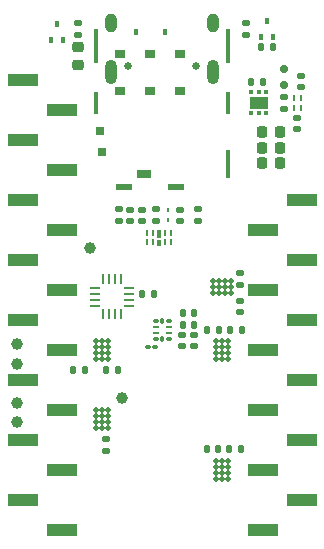
<source format=gbr>
%TF.GenerationSoftware,KiCad,Pcbnew,7.0.9*%
%TF.CreationDate,2024-08-31T07:55:38+08:00*%
%TF.ProjectId,IOT,494f542e-6b69-4636-9164-5f7063625858,rev?*%
%TF.SameCoordinates,Original*%
%TF.FileFunction,Soldermask,Bot*%
%TF.FilePolarity,Negative*%
%FSLAX46Y46*%
G04 Gerber Fmt 4.6, Leading zero omitted, Abs format (unit mm)*
G04 Created by KiCad (PCBNEW 7.0.9) date 2024-08-31 07:55:38*
%MOMM*%
%LPD*%
G01*
G04 APERTURE LIST*
G04 Aperture macros list*
%AMRoundRect*
0 Rectangle with rounded corners*
0 $1 Rounding radius*
0 $2 $3 $4 $5 $6 $7 $8 $9 X,Y pos of 4 corners*
0 Add a 4 corners polygon primitive as box body*
4,1,4,$2,$3,$4,$5,$6,$7,$8,$9,$2,$3,0*
0 Add four circle primitives for the rounded corners*
1,1,$1+$1,$2,$3*
1,1,$1+$1,$4,$5*
1,1,$1+$1,$6,$7*
1,1,$1+$1,$8,$9*
0 Add four rect primitives between the rounded corners*
20,1,$1+$1,$2,$3,$4,$5,0*
20,1,$1+$1,$4,$5,$6,$7,0*
20,1,$1+$1,$6,$7,$8,$9,0*
20,1,$1+$1,$8,$9,$2,$3,0*%
G04 Aperture macros list end*
%ADD10C,0.650000*%
%ADD11O,1.000000X2.100000*%
%ADD12O,1.000000X1.600000*%
%ADD13RoundRect,0.218750X0.256250X-0.218750X0.256250X0.218750X-0.256250X0.218750X-0.256250X-0.218750X0*%
%ADD14RoundRect,0.140000X-0.170000X0.140000X-0.170000X-0.140000X0.170000X-0.140000X0.170000X0.140000X0*%
%ADD15C,1.000000*%
%ADD16RoundRect,0.075000X-0.175000X0.075000X-0.175000X-0.075000X0.175000X-0.075000X0.175000X0.075000X0*%
%ADD17RoundRect,0.062500X-0.187500X0.062500X-0.187500X-0.062500X0.187500X-0.062500X0.187500X0.062500X0*%
%ADD18RoundRect,0.087500X-0.087500X0.162500X-0.087500X-0.162500X0.087500X-0.162500X0.087500X0.162500X0*%
%ADD19RoundRect,0.135000X0.185000X-0.135000X0.185000X0.135000X-0.185000X0.135000X-0.185000X-0.135000X0*%
%ADD20RoundRect,0.140000X0.170000X-0.140000X0.170000X0.140000X-0.170000X0.140000X-0.170000X-0.140000X0*%
%ADD21RoundRect,0.140000X-0.140000X-0.170000X0.140000X-0.170000X0.140000X0.170000X-0.140000X0.170000X0*%
%ADD22RoundRect,0.225000X0.225000X0.250000X-0.225000X0.250000X-0.225000X-0.250000X0.225000X-0.250000X0*%
%ADD23RoundRect,0.147500X-0.147500X-0.172500X0.147500X-0.172500X0.147500X0.172500X-0.147500X0.172500X0*%
%ADD24RoundRect,0.100000X0.130000X0.100000X-0.130000X0.100000X-0.130000X-0.100000X0.130000X-0.100000X0*%
%ADD25RoundRect,0.150000X-0.200000X0.150000X-0.200000X-0.150000X0.200000X-0.150000X0.200000X0.150000X0*%
%ADD26R,0.260000X0.600000*%
%ADD27C,0.474000*%
%ADD28RoundRect,0.135000X0.135000X0.185000X-0.135000X0.185000X-0.135000X-0.185000X0.135000X-0.185000X0*%
%ADD29RoundRect,0.093750X0.106250X-0.093750X0.106250X0.093750X-0.106250X0.093750X-0.106250X-0.093750X0*%
%ADD30R,1.600000X1.000000*%
%ADD31RoundRect,0.135000X-0.185000X0.135000X-0.185000X-0.135000X0.185000X-0.135000X0.185000X0.135000X0*%
%ADD32RoundRect,0.140000X0.140000X0.170000X-0.140000X0.170000X-0.140000X-0.170000X0.140000X-0.170000X0*%
%ADD33R,2.510000X1.000000*%
%ADD34RoundRect,0.062500X0.062500X-0.325000X0.062500X0.325000X-0.062500X0.325000X-0.062500X-0.325000X0*%
%ADD35RoundRect,0.062500X0.325000X-0.062500X0.325000X0.062500X-0.325000X0.062500X-0.325000X-0.062500X0*%
%ADD36R,0.250000X0.625000*%
%ADD37R,0.450000X0.700000*%
%ADD38R,0.450000X0.575000*%
%ADD39R,0.900000X0.700000*%
%ADD40R,0.700000X0.700000*%
%ADD41R,1.200000X0.650000*%
%ADD42R,0.450000X2.400000*%
%ADD43R,0.450000X1.900000*%
%ADD44R,0.450000X2.900000*%
%ADD45R,1.400000X0.500000*%
%ADD46R,0.300000X0.600000*%
%ADD47R,0.750000X0.700000*%
%ADD48RoundRect,0.062500X-0.062500X0.117500X-0.062500X-0.117500X0.062500X-0.117500X0.062500X0.117500X0*%
%ADD49RoundRect,0.135000X-0.135000X-0.185000X0.135000X-0.185000X0.135000X0.185000X-0.135000X0.185000X0*%
%ADD50R,0.400000X0.510000*%
G04 APERTURE END LIST*
D10*
%TO.C,J1*%
X166720000Y-55940000D03*
X160940000Y-55940000D03*
D11*
X168150000Y-56470000D03*
D12*
X168150000Y-52290000D03*
D11*
X159510000Y-56470000D03*
D12*
X159510000Y-52290000D03*
%TD*%
D13*
%TO.C,F3*%
X156718000Y-55905500D03*
X156718000Y-54330500D03*
%TD*%
D14*
%TO.C,C38*%
X170400000Y-73520000D03*
X170400000Y-74480000D03*
%TD*%
D15*
%TO.C,TP7*%
X151511000Y-84455000D03*
%TD*%
D16*
%TO.C,U15*%
X163275000Y-79050000D03*
D17*
X163275000Y-78550000D03*
X163275000Y-78050000D03*
D16*
X163275000Y-77550000D03*
D18*
X163850000Y-77538000D03*
D16*
X164425000Y-77550000D03*
D17*
X164425000Y-78050000D03*
X164425000Y-78550000D03*
D16*
X164425000Y-79050000D03*
D18*
X163850000Y-79062000D03*
%TD*%
D19*
%TO.C,R11*%
X174150000Y-59610000D03*
X174150000Y-58590000D03*
%TD*%
D14*
%TO.C,C1*%
X161100000Y-68120000D03*
X161100000Y-69080000D03*
%TD*%
D20*
%TO.C,C4*%
X166900000Y-69060000D03*
X166900000Y-68100000D03*
%TD*%
D21*
%TO.C,C37*%
X167620000Y-88400000D03*
X168580000Y-88400000D03*
%TD*%
D22*
%TO.C,C19*%
X173825200Y-62941200D03*
X172275200Y-62941200D03*
%TD*%
D20*
%TO.C,C3*%
X165350000Y-69080000D03*
X165350000Y-68120000D03*
%TD*%
D14*
%TO.C,C32*%
X175260000Y-60370000D03*
X175260000Y-61330000D03*
%TD*%
D23*
%TO.C,FB3*%
X165565000Y-77850000D03*
X166535000Y-77850000D03*
%TD*%
D24*
%TO.C,R10*%
X163270000Y-79750000D03*
X162630000Y-79750000D03*
%TD*%
D22*
%TO.C,C20*%
X173825200Y-64185800D03*
X172275200Y-64185800D03*
%TD*%
D15*
%TO.C,TP2*%
X160450000Y-84100000D03*
%TD*%
%TO.C,TP6*%
X157700000Y-71400000D03*
%TD*%
D20*
%TO.C,C29*%
X170400000Y-76780000D03*
X170400000Y-75820000D03*
%TD*%
D25*
%TO.C,D7*%
X174150000Y-57596000D03*
X174150000Y-56196000D03*
%TD*%
D26*
%TO.C,U8*%
X175025000Y-58675000D03*
X175575000Y-58675000D03*
X175575000Y-59525000D03*
X175025000Y-59525000D03*
%TD*%
D27*
%TO.C,U3*%
X169410000Y-89420000D03*
X168910000Y-89420000D03*
X168410000Y-89420000D03*
X169410000Y-89920000D03*
X168910000Y-89920000D03*
X168410000Y-89920000D03*
X169410000Y-90420000D03*
X168910000Y-90420000D03*
X168410000Y-90420000D03*
X169410000Y-90920000D03*
X168910000Y-90920000D03*
X168410000Y-90920000D03*
%TD*%
D20*
%TO.C,C34*%
X159100000Y-88530000D03*
X159100000Y-87570000D03*
%TD*%
D22*
%TO.C,C21*%
X173825200Y-61569600D03*
X172275200Y-61569600D03*
%TD*%
D28*
%TO.C,R15*%
X173230000Y-54356000D03*
X172210000Y-54356000D03*
%TD*%
D29*
%TO.C,U13*%
X172646000Y-59965500D03*
X171996000Y-59965500D03*
X171346000Y-59965500D03*
X171346000Y-58190500D03*
X171996000Y-58190500D03*
X172646000Y-58190500D03*
D30*
X171996000Y-59078000D03*
%TD*%
D31*
%TO.C,R8*%
X160150000Y-68090000D03*
X160150000Y-69110000D03*
%TD*%
D19*
%TO.C,R7*%
X163322000Y-69110000D03*
X163322000Y-68090000D03*
%TD*%
D32*
%TO.C,C30*%
X170580000Y-78300000D03*
X169620000Y-78300000D03*
%TD*%
D19*
%TO.C,R19*%
X170942000Y-53344000D03*
X170942000Y-52324000D03*
%TD*%
D33*
%TO.C,J3*%
X152015000Y-57150000D03*
X155325000Y-59690000D03*
X152015000Y-62230000D03*
X155325000Y-64770000D03*
X152015000Y-67310000D03*
X155325000Y-69850000D03*
X152015000Y-72390000D03*
X155325000Y-74930000D03*
X152015000Y-77470000D03*
X155325000Y-80010000D03*
X152015000Y-82550000D03*
X155325000Y-85090000D03*
X152015000Y-87630000D03*
X155325000Y-90170000D03*
X152015000Y-92710000D03*
X155325000Y-95250000D03*
%TD*%
D14*
%TO.C,C25*%
X166550000Y-78720000D03*
X166550000Y-79680000D03*
%TD*%
D34*
%TO.C,U7*%
X160350000Y-76962500D03*
X159850000Y-76962500D03*
X159350000Y-76962500D03*
X158850000Y-76962500D03*
D35*
X158137500Y-76250000D03*
X158137500Y-75750000D03*
X158137500Y-75250000D03*
X158137500Y-74750000D03*
D34*
X158850000Y-74037500D03*
X159350000Y-74037500D03*
X159850000Y-74037500D03*
X160350000Y-74037500D03*
D35*
X161062500Y-74750000D03*
X161062500Y-75250000D03*
X161062500Y-75750000D03*
X161062500Y-76250000D03*
%TD*%
D21*
%TO.C,C33*%
X167670000Y-78300000D03*
X168630000Y-78300000D03*
%TD*%
D32*
%TO.C,C26*%
X166530000Y-76900000D03*
X165570000Y-76900000D03*
%TD*%
D27*
%TO.C,U6*%
X158250000Y-80760000D03*
X158750000Y-80760000D03*
X159250000Y-80760000D03*
X158250000Y-80260000D03*
X158750000Y-80260000D03*
X159250000Y-80260000D03*
X158250000Y-79760000D03*
X158750000Y-79760000D03*
X159250000Y-79760000D03*
X158250000Y-79260000D03*
X158750000Y-79260000D03*
X159250000Y-79260000D03*
%TD*%
D36*
%TO.C,U12*%
X162576000Y-70112500D03*
X163076000Y-70112500D03*
D37*
X163576000Y-70150000D03*
D36*
X164076000Y-70112500D03*
X164576000Y-70112500D03*
X164576000Y-70887500D03*
X164076000Y-70887500D03*
D38*
X163576000Y-70912500D03*
D36*
X163076000Y-70887500D03*
X162576000Y-70887500D03*
%TD*%
D33*
%TO.C,J2*%
X175645000Y-67310000D03*
X172335000Y-69850000D03*
X175645000Y-72390000D03*
X172335000Y-74930000D03*
X175645000Y-77470000D03*
X172335000Y-80010000D03*
X175645000Y-82550000D03*
X172335000Y-85090000D03*
X175645000Y-87630000D03*
X172335000Y-90170000D03*
X175645000Y-92710000D03*
X172335000Y-95250000D03*
%TD*%
D15*
%TO.C,TP8*%
X151511000Y-86106000D03*
%TD*%
D39*
%TO.C,J4*%
X165354000Y-54944000D03*
X162814000Y-54944000D03*
X160274000Y-54944000D03*
X165354000Y-58114000D03*
X162814000Y-58114000D03*
X160274000Y-58114000D03*
D40*
X158544000Y-61444000D03*
D41*
X162264000Y-65119000D03*
D42*
X169369000Y-64244000D03*
D43*
X169369000Y-59094000D03*
D44*
X169369000Y-54244000D03*
D45*
X165014000Y-66194000D03*
D46*
X164034000Y-53094000D03*
X161594000Y-53094000D03*
D45*
X160594000Y-66194000D03*
D47*
X158719000Y-63244000D03*
D43*
X158219000Y-59094000D03*
D44*
X158219000Y-54244000D03*
%TD*%
D27*
%TO.C,U4*%
X169410000Y-79256000D03*
X168910000Y-79256000D03*
X168410000Y-79256000D03*
X169410000Y-79756000D03*
X168910000Y-79756000D03*
X168410000Y-79756000D03*
X169410000Y-80256000D03*
X168910000Y-80256000D03*
X168410000Y-80256000D03*
X169410000Y-80756000D03*
X168910000Y-80756000D03*
X168410000Y-80756000D03*
%TD*%
D20*
%TO.C,C28*%
X175600000Y-57780000D03*
X175600000Y-56820000D03*
%TD*%
D48*
%TO.C,D2*%
X164338000Y-69020000D03*
X164338000Y-68180000D03*
%TD*%
D49*
%TO.C,R9*%
X171340000Y-57300000D03*
X172360000Y-57300000D03*
%TD*%
D27*
%TO.C,U5*%
X158250000Y-86600000D03*
X158750000Y-86600000D03*
X159250000Y-86600000D03*
X158250000Y-86100000D03*
X158750000Y-86100000D03*
X159250000Y-86100000D03*
X158250000Y-85600000D03*
X158750000Y-85600000D03*
X159250000Y-85600000D03*
X158250000Y-85100000D03*
X158750000Y-85100000D03*
X159250000Y-85100000D03*
%TD*%
D15*
%TO.C,TP5*%
X151511000Y-81153000D03*
%TD*%
%TO.C,TP4*%
X151511000Y-79502000D03*
%TD*%
D14*
%TO.C,C2*%
X162150000Y-68120000D03*
X162150000Y-69080000D03*
%TD*%
D50*
%TO.C,Q3*%
X173220000Y-53477000D03*
X172220000Y-53477000D03*
X172720000Y-52187000D03*
%TD*%
D32*
%TO.C,C27*%
X160080000Y-81700000D03*
X159120000Y-81700000D03*
%TD*%
%TO.C,C31*%
X170480000Y-88400000D03*
X169520000Y-88400000D03*
%TD*%
D27*
%TO.C,U10*%
X169668000Y-75200000D03*
X169668000Y-74700000D03*
X169668000Y-74200000D03*
X169168000Y-75200000D03*
X169168000Y-74700000D03*
X169168000Y-74200000D03*
X168668000Y-75200000D03*
X168668000Y-74700000D03*
X168668000Y-74200000D03*
X168168000Y-75200000D03*
X168168000Y-74700000D03*
X168168000Y-74200000D03*
%TD*%
D50*
%TO.C,Q2*%
X155440000Y-53731000D03*
X154440000Y-53731000D03*
X154940000Y-52441000D03*
%TD*%
D19*
%TO.C,R20*%
X156718000Y-53342000D03*
X156718000Y-52322000D03*
%TD*%
D32*
%TO.C,C35*%
X163130000Y-75250000D03*
X162170000Y-75250000D03*
%TD*%
D14*
%TO.C,C24*%
X165550000Y-78720000D03*
X165550000Y-79680000D03*
%TD*%
D21*
%TO.C,C39*%
X156320000Y-81700000D03*
X157280000Y-81700000D03*
%TD*%
M02*

</source>
